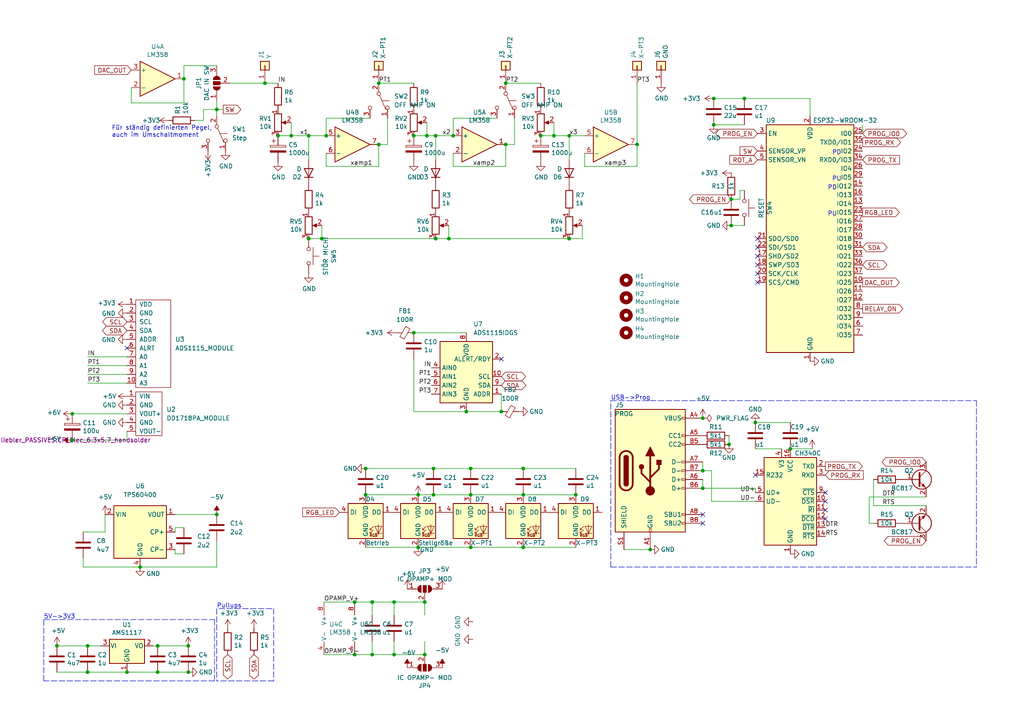
<source format=kicad_sch>
(kicad_sch (version 20211123) (generator eeschema)
  (paper "A4")
  (junction (at 107.95 189.865))
  (junction (at 20.955 120.015))
  (junction (at 89.535 69.215))
  (junction (at 120.015 39.37))
  (junction (at 125.73 135.89))
  (junction (at 25.4 187.325))
  (junction (at 45.72 194.945))
  (junction (at 229.235 130.175))
  (junction (at 102.87 174.625))
  (junction (at 62.865 31.75))
  (junction (at 151.765 143.51))
  (junction (at 102.87 189.865))
  (junction (at 80.645 39.37))
  (junction (at 125.73 143.51))
  (junction (at 203.835 141.605))
  (junction (at 184.785 41.91))
  (junction (at 212.09 65.405))
  (junction (at 207.01 36.195))
  (junction (at 20.955 127.635))
  (junction (at 167.005 143.51))
  (junction (at 203.835 136.525))
  (junction (at 54.61 194.945))
  (junction (at 203.835 121.285))
  (junction (at 89.535 39.37))
  (junction (at 136.525 135.89))
  (junction (at 151.765 158.75))
  (junction (at 62.865 149.225))
  (junction (at 156.845 39.37))
  (junction (at 45.72 187.325))
  (junction (at 219.075 122.555))
  (junction (at 54.61 187.325))
  (junction (at 123.825 39.37))
  (junction (at 211.455 128.905))
  (junction (at 146.685 24.13))
  (junction (at 130.175 69.215))
  (junction (at 53.34 22.86))
  (junction (at 146.685 41.91))
  (junction (at 145.415 119.38))
  (junction (at 165.1 69.215))
  (junction (at 120.015 96.52))
  (junction (at 94.615 39.37))
  (junction (at 207.01 28.575))
  (junction (at 114.3 174.625))
  (junction (at 136.525 158.75))
  (junction (at 16.51 187.325))
  (junction (at 40.64 164.465))
  (junction (at 136.525 143.51))
  (junction (at 109.855 41.91))
  (junction (at 76.835 24.13))
  (junction (at 212.09 57.785))
  (junction (at 215.9 28.575))
  (junction (at 93.345 69.215))
  (junction (at 151.765 135.89))
  (junction (at 131.445 39.37))
  (junction (at 109.855 24.13))
  (junction (at 107.95 174.625))
  (junction (at 84.455 39.37))
  (junction (at 36.83 194.945))
  (junction (at 106.045 143.51))
  (junction (at 135.255 119.38))
  (junction (at 25.4 194.945))
  (junction (at 121.285 158.75))
  (junction (at 123.19 189.865))
  (junction (at 126.365 69.215))
  (junction (at 121.285 143.51))
  (junction (at 165.1 39.37))
  (junction (at 126.365 39.37))
  (junction (at 123.19 174.625))
  (junction (at 160.655 39.37))
  (junction (at 106.045 135.89))
  (junction (at 188.595 159.385))
  (junction (at 114.3 189.865))
  (no_connect (at 239.395 145.415))
  (no_connect (at 239.395 147.955))
  (no_connect (at 219.075 137.795))
  (no_connect (at 219.71 81.915))
  (no_connect (at 239.395 150.495))
  (no_connect (at 36.83 100.965))
  (no_connect (at 219.71 69.215))
  (no_connect (at 203.835 149.225))
  (no_connect (at 219.71 74.295))
  (no_connect (at 145.415 104.14))
  (no_connect (at 219.71 79.375))
  (no_connect (at 203.835 151.765))
  (no_connect (at 219.71 76.835))
  (no_connect (at 239.395 142.875))
  (no_connect (at 219.71 71.755))
  (polyline (pts (xy 79.375 176.53) (xy 79.375 197.485)))
  (wire (pts (xy 62.865 29.21) (xy 62.865 31.75)))
  (wire (pts (xy 112.395 34.29) (xy 112.395 41.91)))
  (wire (pts (xy 54.61 194.945) (xy 45.72 194.945)))
  (wire (pts (xy 44.45 187.325) (xy 45.72 187.325)))
  (wire (pts (xy 253.365 146.685) (xy 268.605 146.685)))
  (wire (pts (xy 107.95 174.625) (xy 114.3 174.625)))
  (wire (pts (xy 120.015 119.38) (xy 135.255 119.38)))
  (wire (pts (xy 93.98 174.625) (xy 102.87 174.625)))
  (wire (pts (xy 203.835 136.525) (xy 206.375 136.525)))
  (wire (pts (xy 94.615 34.29) (xy 94.615 39.37)))
  (wire (pts (xy 120.015 39.37) (xy 123.825 39.37)))
  (wire (pts (xy 62.865 31.75) (xy 62.865 33.655)))
  (wire (pts (xy 214.63 55.245) (xy 215.9 55.245)))
  (wire (pts (xy 107.95 189.865) (xy 114.3 189.865)))
  (wire (pts (xy 226.695 130.175) (xy 219.075 130.175)))
  (wire (pts (xy 214.63 57.785) (xy 214.63 55.245)))
  (wire (pts (xy 123.825 39.37) (xy 126.365 39.37)))
  (wire (pts (xy 106.045 135.89) (xy 125.73 135.89)))
  (wire (pts (xy 109.855 24.13) (xy 120.015 24.13)))
  (wire (pts (xy 84.455 35.56) (xy 84.455 39.37)))
  (wire (pts (xy 184.785 41.91) (xy 184.785 48.26)))
  (wire (pts (xy 125.73 135.89) (xy 136.525 135.89)))
  (wire (pts (xy 84.455 39.37) (xy 89.535 39.37)))
  (wire (pts (xy 36.83 125.095) (xy 36.83 127.635)))
  (wire (pts (xy 206.375 145.415) (xy 206.375 136.525)))
  (wire (pts (xy 151.765 158.75) (xy 167.005 158.75)))
  (wire (pts (xy 151.765 143.51) (xy 167.005 143.51)))
  (wire (pts (xy 123.19 189.865) (xy 123.19 186.055)))
  (wire (pts (xy 125.73 143.51) (xy 136.525 143.51)))
  (wire (pts (xy 165.1 69.215) (xy 168.91 69.215)))
  (wire (pts (xy 203.835 141.605) (xy 219.075 141.605)))
  (wire (pts (xy 36.83 111.125) (xy 25.4 111.125)))
  (wire (pts (xy 36.83 103.505) (xy 25.4 103.505)))
  (wire (pts (xy 36.83 106.045) (xy 25.4 106.045)))
  (wire (pts (xy 94.615 34.29) (xy 107.315 34.29)))
  (wire (pts (xy 109.855 41.91) (xy 109.855 48.26)))
  (wire (pts (xy 62.865 164.465) (xy 62.865 156.845)))
  (wire (pts (xy 50.8 149.225) (xy 62.865 149.225)))
  (wire (pts (xy 25.4 187.325) (xy 29.21 187.325)))
  (wire (pts (xy 131.445 44.45) (xy 131.445 48.26)))
  (polyline (pts (xy 79.375 197.485) (xy 62.865 197.485)))
  (wire (pts (xy 149.225 34.29) (xy 149.225 41.91)))
  (wire (pts (xy 94.615 44.45) (xy 94.615 48.26)))
  (polyline (pts (xy 62.23 197.485) (xy 12.7 197.485)))
  (wire (pts (xy 252.095 151.765) (xy 253.365 151.765)))
  (polyline (pts (xy 62.865 176.53) (xy 62.865 197.485)))
  (wire (pts (xy 50.8 160.655) (xy 53.34 160.655)))
  (wire (pts (xy 250.19 38.735) (xy 250.19 36.195)))
  (wire (pts (xy 151.765 135.89) (xy 167.005 135.89)))
  (wire (pts (xy 219.075 145.415) (xy 206.375 145.415)))
  (wire (pts (xy 121.285 143.51) (xy 106.045 143.51)))
  (wire (pts (xy 114.3 189.865) (xy 123.19 189.865)))
  (polyline (pts (xy 62.23 179.705) (xy 62.23 197.485)))
  (wire (pts (xy 252.095 144.145) (xy 268.605 144.145)))
  (wire (pts (xy 45.72 194.945) (xy 36.83 194.945)))
  (wire (pts (xy 89.535 39.37) (xy 89.535 46.355)))
  (wire (pts (xy 53.34 29.845) (xy 53.34 22.86)))
  (wire (pts (xy 45.72 187.325) (xy 54.61 187.325)))
  (polyline (pts (xy 177.165 164.465) (xy 177.165 116.205)))
  (wire (pts (xy 89.535 69.215) (xy 93.345 69.215)))
  (wire (pts (xy 146.685 24.13) (xy 156.845 24.13)))
  (polyline (pts (xy 177.165 116.205) (xy 283.21 116.205)))
  (wire (pts (xy 114.3 189.865) (xy 114.3 186.055)))
  (wire (pts (xy 180.975 159.385) (xy 188.595 159.385)))
  (wire (pts (xy 126.365 69.215) (xy 130.175 69.215)))
  (wire (pts (xy 50.8 153.035) (xy 50.8 154.305)))
  (wire (pts (xy 146.685 48.26) (xy 146.685 41.91)))
  (polyline (pts (xy 283.21 116.205) (xy 283.21 164.465)))
  (wire (pts (xy 131.445 34.29) (xy 144.145 34.29)))
  (wire (pts (xy 24.13 164.465) (xy 40.64 164.465)))
  (polyline (pts (xy 63.5 176.53) (xy 79.375 176.53)))
  (wire (pts (xy 53.34 153.035) (xy 50.8 153.035)))
  (wire (pts (xy 215.9 36.195) (xy 207.01 36.195)))
  (wire (pts (xy 93.345 65.405) (xy 93.345 69.215)))
  (wire (pts (xy 53.34 19.05) (xy 53.34 22.86)))
  (wire (pts (xy 169.545 48.26) (xy 184.785 48.26)))
  (wire (pts (xy 212.09 57.785) (xy 214.63 57.785)))
  (wire (pts (xy 126.365 39.37) (xy 131.445 39.37)))
  (wire (pts (xy 24.13 154.305) (xy 30.48 154.305)))
  (wire (pts (xy 253.365 139.065) (xy 253.365 146.685)))
  (wire (pts (xy 80.645 24.13) (xy 76.835 24.13)))
  (wire (pts (xy 50.8 159.385) (xy 50.8 160.655)))
  (wire (pts (xy 40.64 164.465) (xy 62.865 164.465)))
  (wire (pts (xy 169.545 44.45) (xy 169.545 48.26)))
  (wire (pts (xy 130.175 65.405) (xy 130.175 69.215)))
  (wire (pts (xy 219.075 141.605) (xy 219.075 142.875)))
  (wire (pts (xy 89.535 39.37) (xy 94.615 39.37)))
  (wire (pts (xy 168.91 65.405) (xy 168.91 69.215)))
  (wire (pts (xy 114.3 174.625) (xy 123.19 174.625)))
  (wire (pts (xy 160.655 35.56) (xy 160.655 39.37)))
  (wire (pts (xy 93.345 69.215) (xy 126.365 69.215)))
  (wire (pts (xy 203.835 141.605) (xy 203.835 139.065)))
  (wire (pts (xy 165.1 39.37) (xy 169.545 39.37)))
  (polyline (pts (xy 177.165 164.465) (xy 283.21 164.465)))
  (wire (pts (xy 62.865 19.05) (xy 53.34 19.05)))
  (wire (pts (xy 136.525 158.75) (xy 151.765 158.75)))
  (wire (pts (xy 102.87 174.625) (xy 107.95 174.625)))
  (wire (pts (xy 136.525 143.51) (xy 151.765 143.51)))
  (wire (pts (xy 229.235 130.175) (xy 235.585 130.175)))
  (wire (pts (xy 234.95 28.575) (xy 215.9 28.575)))
  (wire (pts (xy 212.09 65.405) (xy 215.9 65.405)))
  (wire (pts (xy 145.415 119.38) (xy 145.415 114.3)))
  (wire (pts (xy 62.865 31.75) (xy 64.77 31.75)))
  (wire (pts (xy 160.655 39.37) (xy 165.1 39.37)))
  (wire (pts (xy 112.395 41.91) (xy 109.855 41.91)))
  (wire (pts (xy 120.015 96.52) (xy 135.255 96.52)))
  (wire (pts (xy 121.285 158.75) (xy 136.525 158.75)))
  (wire (pts (xy 123.19 174.625) (xy 123.19 178.435)))
  (wire (pts (xy 203.835 133.985) (xy 203.835 136.525)))
  (wire (pts (xy 131.445 48.26) (xy 146.685 48.26)))
  (wire (pts (xy 131.445 39.37) (xy 131.445 34.29)))
  (polyline (pts (xy 12.7 179.705) (xy 62.23 179.705)))
  (wire (pts (xy 215.9 28.575) (xy 207.01 28.575)))
  (wire (pts (xy 184.785 24.13) (xy 184.785 41.91)))
  (polyline (pts (xy 12.7 197.485) (xy 12.7 179.705)))
  (wire (pts (xy 165.1 39.37) (xy 165.1 46.355)))
  (wire (pts (xy 59.055 34.925) (xy 59.055 31.75)))
  (wire (pts (xy 114.3 174.625) (xy 114.3 178.435)))
  (wire (pts (xy 123.825 35.56) (xy 123.825 39.37)))
  (wire (pts (xy 59.055 31.75) (xy 62.865 31.75)))
  (wire (pts (xy 102.87 189.865) (xy 107.95 189.865)))
  (wire (pts (xy 56.515 34.925) (xy 59.055 34.925)))
  (wire (pts (xy 126.365 39.37) (xy 126.365 46.355)))
  (wire (pts (xy 135.255 119.38) (xy 145.415 119.38)))
  (wire (pts (xy 38.1 29.845) (xy 53.34 29.845)))
  (wire (pts (xy 107.95 178.435) (xy 107.95 174.625)))
  (wire (pts (xy 107.95 186.055) (xy 107.95 189.865)))
  (wire (pts (xy 25.4 194.945) (xy 16.51 194.945)))
  (wire (pts (xy 234.95 33.655) (xy 234.95 28.575)))
  (wire (pts (xy 36.83 194.945) (xy 25.4 194.945)))
  (wire (pts (xy 94.615 48.26) (xy 109.855 48.26)))
  (wire (pts (xy 93.98 189.865) (xy 102.87 189.865)))
  (wire (pts (xy 36.83 108.585) (xy 25.4 108.585)))
  (wire (pts (xy 121.285 158.75) (xy 106.045 158.75)))
  (wire (pts (xy 76.835 24.13) (xy 66.675 24.13)))
  (wire (pts (xy 136.525 135.89) (xy 151.765 135.89)))
  (wire (pts (xy 219.075 122.555) (xy 229.235 122.555)))
  (wire (pts (xy 211.455 126.365) (xy 211.455 128.905)))
  (wire (pts (xy 121.285 143.51) (xy 125.73 143.51)))
  (wire (pts (xy 149.225 41.91) (xy 146.685 41.91)))
  (wire (pts (xy 16.51 187.325) (xy 25.4 187.325)))
  (wire (pts (xy 30.48 149.225) (xy 30.48 154.305)))
  (wire (pts (xy 20.955 127.635) (xy 36.83 127.635)))
  (wire (pts (xy 80.645 39.37) (xy 84.455 39.37)))
  (wire (pts (xy 120.015 104.14) (xy 120.015 119.38)))
  (wire (pts (xy 252.095 144.145) (xy 252.095 151.765)))
  (wire (pts (xy 38.1 25.4) (xy 38.1 29.845)))
  (wire (pts (xy 24.13 164.465) (xy 24.13 161.925)))
  (wire (pts (xy 20.955 120.015) (xy 36.83 120.015)))
  (wire (pts (xy 156.845 39.37) (xy 160.655 39.37)))
  (wire (pts (xy 130.175 69.215) (xy 165.1 69.215)))
  (text "USB->Prog" (at 177.165 116.205 0) (effects (font (size 1.27 1.27)) (justify left bottom)))
  (text "Für ständig definierten Pegel,\nauch im Umschaltmoment" (at 32.385 40.005 0) (effects (font (size 1.27 1.27)) (justify left bottom)))
  (text "PD" (at 240.03 55.245 0) (effects (font (size 1.27 1.27)) (justify left bottom)))
  (text "PU" (at 241.3 52.705 0) (effects (font (size 1.27 1.27)) (justify left bottom)))
  (text "5V->3V3" (at 12.7 179.705 0) (effects (font (size 1.27 1.27)) (justify left bottom)))
  (text "Pullups" (at 62.865 176.53 0) (effects (font (size 1.27 1.27)) (justify left bottom)))
  (text "PD" (at 241.3 45.085 0) (effects (font (size 1.27 1.27)) (justify left bottom)))
  (text "PU" (at 240.03 62.865 0) (effects (font (size 1.27 1.27)) (justify left bottom)))
  (label "UD-" (at 219.075 145.415 180))
  (label "xamp1" (at 101.6 48.26 0))
  (label "RTS" (at 255.905 146.685 0))
  (label "DTR" (at 239.395 153.035 0))
  (label "PT2" (at 146.685 24.13 0))
  (label "x3" (at 165.1 39.37 0))
  (label "xamp2" (at 137.16 48.26 0))
  (label "PT2" (at 125.095 111.76 180))
  (label "OPAMP_V-" (at 93.98 189.865 0))
  (label "IN" (at 80.645 24.13 0))
  (label "PT1" (at 25.4 106.045 0))
  (label "PT1" (at 109.855 24.13 0))
  (label "PT3" (at 125.095 114.3 180))
  (label "UD+" (at 219.075 142.875 180))
  (label "xamp3" (at 175.26 48.26 0))
  (label "IN" (at 25.4 103.505 0))
  (label "RTS" (at 239.395 155.575 0))
  (label "IN" (at 125.095 106.68 180))
  (label "x1" (at 86.995 39.37 0))
  (label "x2" (at 128.27 39.37 0))
  (label "PT3" (at 25.4 111.125 0))
  (label "PT1" (at 125.095 109.22 180))
  (label "DTR" (at 255.905 144.145 0))
  (label "OPAMP_V+" (at 93.98 174.625 0))
  (label "PT2" (at 25.4 108.585 0))
  (label "PT3" (at 184.785 24.13 0))
  (global_label "SDA" (shape bidirectional) (at 145.415 111.76 0) (property "Intersheet References" "${INTERSHEET_REFS}" (effects hide)))
  (global_label "ROT_A" (shape input) (at 219.71 46.355 180) (property "Intersheet References" "${INTERSHEET_REFS}" (effects hide)))
  (global_label "PROG_EN" (shape bidirectional) (at 219.71 38.735 180) (property "Intersheet References" "${INTERSHEET_REFS}" (effects hide)))
  (global_label "SDA" (shape bidirectional) (at 73.66 189.865 270) (property "Intersheet References" "${INTERSHEET_REFS}" (effects hide)))
  (global_label "PROG_EN" (shape bidirectional) (at 212.09 57.785 180) (property "Intersheet References" "${INTERSHEET_REFS}" (effects hide)))
  (global_label "RGB_LED" (shape input) (at 98.425 148.59 180) (property "Intersheet References" "${INTERSHEET_REFS}" (effects hide)))
  (global_label "DAC_OUT" (shape output) (at 250.19 81.915 0) (property "Intersheet References" "${INTERSHEET_REFS}" (effects hide)))
  (global_label "DAC_OUT" (shape input) (at 38.1 20.32 180) (property "Intersheet References" "${INTERSHEET_REFS}" (effects hide)))
  (global_label "RELAY_ON" (shape output) (at 250.19 89.535 0) (property "Intersheet References" "${INTERSHEET_REFS}" (effects hide)))
  (global_label "RGB_LED" (shape output) (at 250.19 61.595 0) (property "Intersheet References" "${INTERSHEET_REFS}" (effects hide)))
  (global_label "PROG_IO0" (shape bidirectional) (at 268.605 133.985 180) (property "Intersheet References" "${INTERSHEET_REFS}" (effects hide)))
  (global_label "SCL" (shape bidirectional) (at 145.415 109.22 0) (property "Intersheet References" "${INTERSHEET_REFS}" (effects hide)))
  (global_label "SW" (shape input) (at 219.71 43.815 180) (property "Intersheet References" "${INTERSHEET_REFS}" (effects hide)))
  (global_label "SCL" (shape bidirectional) (at 66.04 189.865 270) (property "Intersheet References" "${INTERSHEET_REFS}" (effects hide)))
  (global_label "PROG_EN" (shape bidirectional) (at 268.605 156.845 180) (property "Intersheet References" "${INTERSHEET_REFS}" (effects hide)))
  (global_label "PROG_TX" (shape output) (at 239.395 135.255 0) (property "Intersheet References" "${INTERSHEET_REFS}" (effects hide)))
  (global_label "SW" (shape output) (at 64.77 31.75 0) (property "Intersheet References" "${INTERSHEET_REFS}" (effects hide)))
  (global_label "SDA" (shape bidirectional) (at 36.83 95.885 180) (property "Intersheet References" "${INTERSHEET_REFS}" (effects hide)))
  (global_label "SCL" (shape bidirectional) (at 36.83 93.345 180) (property "Intersheet References" "${INTERSHEET_REFS}" (effects hide)))
  (global_label "SDA" (shape bidirectional) (at 250.19 71.755 0) (property "Intersheet References" "${INTERSHEET_REFS}" (effects hide)))
  (global_label "PROG_RX" (shape output) (at 250.19 41.275 0) (property "Intersheet References" "${INTERSHEET_REFS}" (effects hide)))
  (global_label "PROG_RX" (shape input) (at 239.395 137.795 0) (property "Intersheet References" "${INTERSHEET_REFS}" (effects hide)))
  (global_label "PROG_IO0" (shape bidirectional) (at 250.19 38.735 0) (property "Intersheet References" "${INTERSHEET_REFS}" (effects hide)))
  (global_label "SCL" (shape bidirectional) (at 250.19 76.835 0) (property "Intersheet References" "${INTERSHEET_REFS}" (effects hide)))
  (global_label "PROG_TX" (shape input) (at 250.19 46.355 0) (property "Intersheet References" "${INTERSHEET_REFS}" (effects hide)))
  (symbol (lib_id "Device:C") (at 106.045 139.7 0) (unit 1)
    (property "Reference" "C20" (at 108.966 138.5316 0) (effects (justify left)))
    (property "Value" "u1" (at 108.966 140.843 0) (effects (justify left)))
    (property "Footprint" "Capacitor_SMD:C_0805_2012Metric_Pad1.18x1.45mm_HandSolder" (effects hide))
  )
  (symbol (lib_id "LED:APA-106-F5") (at 151.765 151.13 0) (unit 1)
    (property "Reference" "D8" (at 153.035 144.78 0) (effects (justify left)))
    (property "Value" "X-PT2" (at 151.765 157.48 0) (effects (justify left)))
    (property "Footprint" "LED_THT:LED_D5.0mm-4_RGB_Staggered_Pins" (effects hide))
    (property "Datasheet" "https://cdn.sparkfun.com/datasheets/Components/LED/COM-12877.pdf" (effects hide))
  )
  (symbol (lib_id "Jumper:SolderJumper_3_Open") (at 123.19 170.815 0) (unit 1)
    (property "Reference" "JP3" (at 123.19 165.608 0))
    (property "Value" "IC OPAMP+ MOD" (at 123.19 167.9194 0))
    (property "Footprint" "Jumper:SolderJumper-3_P1.3mm_Open_RoundedPad1.0x1.5mm_NumberLabels" (effects hide))
  )
  (symbol (lib_id "power:+6V") (at 118.11 170.815 0) (unit 1)
    (property "Reference" "#PWR030" (effects hide))
    (property "Value" "+6V" (at 118.491 166.4208 0))
  )
  (symbol (lib_id "LED:APA-106-F5") (at 121.285 151.13 0) (unit 1)
    (property "Reference" "D5" (at 122.555 144.78 0) (effects (justify left)))
    (property "Value" "Stellgröße" (at 121.285 157.48 0) (effects (justify left)))
    (property "Footprint" "LED_THT:LED_D5.0mm-4_RGB_Staggered_Pins" (effects hide))
    (property "Datasheet" "https://cdn.sparkfun.com/datasheets/Components/LED/COM-12877.pdf" (effects hide))
  )
  (symbol (lib_id "Device:R_POT") (at 89.535 65.405 0) (unit 1)
    (property "Reference" "RV5" (at 87.757 64.2366 0) (effects (justify right)))
    (property "Value" "10k" (at 87.757 66.548 0) (effects (justify right)))
    (property "Footprint" "Potentiometer_THT:Potentiometer_Bourns_3386P_Vertical" (effects hide))
  )
  (symbol (lib_id "Regulator_Linear:AMS1117-3.3") (at 36.83 187.325 0) (unit 1)
    (property "Reference" "U1" (at 36.83 181.1782 0))
    (property "Value" "AMS1117" (at 36.83 183.4896 0))
    (property "Footprint" "liebler_SEMICONDUCTORS:SOT-223-3_TabPin2_HANDSOLDER" (effects hide))
    (property "Datasheet" "http://www.advanced-monolithic.com/pdf/ds1117.pdf" (effects hide))
  )
  (symbol (lib_id "Device:C") (at 114.3 182.245 0) (unit 1)
    (property "Reference" "C7" (at 117.221 181.0766 0) (effects (justify left)))
    (property "Value" "u1" (at 117.221 183.388 0) (effects (justify left)))
    (property "Footprint" "Capacitor_SMD:C_0805_2012Metric_Pad1.18x1.45mm_HandSolder" (effects hide))
  )
  (symbol (lib_id "Connector_Generic:Conn_01x01") (at 109.855 19.05 90) (unit 1)
    (property "Reference" "J2" (at 108.7882 17.018 0) (effects (justify left)))
    (property "Value" "X-PT1" (at 111.0996 17.018 0) (effects (justify left)))
    (property "Footprint" "liebler_CONN:Banana_RECESSED" (effects hide))
  )
  (symbol (lib_id "Amplifier_Operational:LM358") (at 45.72 22.86 0) (unit 1)
    (property "Reference" "U4" (at 45.72 13.5382 0))
    (property "Value" "LM358" (at 45.72 15.8496 0))
    (property "Footprint" "liebler_SEMICONDUCTORS:SOIC-8_3.9x4.9mm_Pitch1.27mm_handsolder" (effects hide))
    (property "Datasheet" "http://www.ti.com/lit/ds/symlink/lm2904-n.pdf" (effects hide))
  )
  (symbol (lib_id "Device:D") (at 89.535 50.165 90) (unit 1)
    (property "Reference" "D2" (at 87.503 51.3334 90) (effects (justify left)))
    (property "Value" "D" (at 87.503 49.022 90) (effects (justify left)))
    (property "Footprint" "liebler_SEMICONDUCTORS:D_SOD-123_handsolder" (effects hide))
  )
  (symbol (lib_id "Device:R") (at 120.015 27.94 0) (unit 1)
    (property "Reference" "R9" (at 121.793 26.7716 0) (effects (justify left)))
    (property "Value" "1k" (at 121.793 29.083 0) (effects (justify left)))
    (property "Footprint" "Resistor_SMD:R_0805_2012Metric_Pad1.20x1.40mm_HandSolder" (effects hide))
  )
  (symbol (lib_id "power:-5V") (at 62.865 149.225 0) (unit 1)
    (property "Reference" "#PWR038" (effects hide))
    (property "Value" "-5V" (at 62.865 144.145 0))
  )
  (symbol (lib_id "power:GND") (at 36.83 117.475 270) (unit 1)
    (property "Reference" "#PWR08" (effects hide))
    (property "Value" "GND" (at 31.75 117.475 90))
  )
  (symbol (lib_id "Device:CP") (at 120.015 43.18 0) (unit 1)
    (property "Reference" "C9" (at 123.0122 42.0116 0) (effects (justify left)))
    (property "Value" "1000u" (at 123.0122 44.323 0) (effects (justify left)))
    (property "Footprint" "liebler_PASSIVES:CP_Elec_10x10_handsolder" (effects hide))
    (property "JLCPCB" "C280409" (effects hide))
  )
  (symbol (lib_id "power:+5V") (at 235.585 130.175 0) (unit 1)
    (property "Reference" "#PWR0102" (effects hide))
    (property "Value" "+5V" (at 235.585 124.46 0))
  )
  (symbol (lib_id "Jumper:SolderJumper_3_Open") (at 62.865 24.13 90) (unit 1)
    (property "Reference" "JP1" (at 57.658 24.13 0))
    (property "Value" "DAC IN SW" (at 59.9694 24.13 0))
    (property "Footprint" "Jumper:SolderJumper-3_P1.3mm_Open_RoundedPad1.0x1.5mm_NumberLabels" (effects hide))
  )
  (symbol (lib_id "power:+3V3") (at 36.83 88.265 90) (unit 1)
    (property "Reference" "#PWR04" (effects hide))
    (property "Value" "+3V3" (at 33.5788 87.884 90) (effects (justify left)))
  )
  (symbol (lib_id "Device:C") (at 54.61 191.135 0) (unit 1)
    (property "Reference" "C4" (at 57.531 189.9666 0) (effects (justify left)))
    (property "Value" "1u" (at 57.531 192.278 0) (effects (justify left)))
    (property "Footprint" "Capacitor_SMD:C_0805_2012Metric_Pad1.18x1.45mm_HandSolder" (effects hide))
  )
  (symbol (lib_id "power:GND") (at 106.045 135.89 270) (unit 1)
    (property "Reference" "#PWR0103" (effects hide))
    (property "Value" "GND" (at 101.6 135.89 90))
  )
  (symbol (lib_id "liebler_SEMICONDUCTORS:TPS60400") (at 40.64 154.305 0) (unit 1)
    (property "Reference" "U6" (at 40.64 140.97 0))
    (property "Value" "TPS60400" (at 40.64 143.51 0))
    (property "Footprint" "Package_TO_SOT_SMD:SOT-23-5" (effects hide))
  )
  (symbol (lib_id "Device:C") (at 45.72 191.135 180) (unit 1)
    (property "Reference" "C3" (at 48.641 189.9666 0) (effects (justify right)))
    (property "Value" "4u7" (at 48.641 192.278 0) (effects (justify right)))
    (property "Footprint" "Capacitor_SMD:C_0805_2012Metric_Pad1.18x1.45mm_HandSolder" (effects hide))
  )
  (symbol (lib_id "Device:R") (at 52.705 34.925 90) (unit 1)
    (property "Reference" "R1" (at 51.5366 33.147 0) (effects (justify left)))
    (property "Value" "10k" (at 53.848 33.147 0) (effects (justify left)))
    (property "Footprint" "Resistor_SMD:R_0805_2012Metric_Pad1.20x1.40mm_HandSolder" (effects hide))
  )
  (symbol (lib_id "power:+3V3") (at 48.895 34.925 90) (unit 1)
    (property "Reference" "#PWR0104" (effects hide))
    (property "Value" "+3V3" (at 43.815 34.925 90))
  )
  (symbol (lib_id "power:GND") (at 36.83 98.425 270) (unit 1)
    (property "Reference" "#PWR06" (effects hide))
    (property "Value" "GND" (at 33.5788 98.552 90) (effects (justify right)))
  )
  (symbol (lib_id "Device:C") (at 16.51 191.135 180) (unit 1)
    (property "Reference" "C1" (at 19.431 189.9666 0) (effects (justify right)))
    (property "Value" "4u7" (at 19.431 192.278 0) (effects (justify right)))
    (property "Footprint" "Capacitor_SMD:C_0805_2012Metric_Pad1.18x1.45mm_HandSolder" (effects hide))
  )
  (symbol (lib_id "power:GND") (at 36.83 122.555 270) (unit 1)
    (property "Reference" "#PWR010" (effects hide))
    (property "Value" "GND" (at 31.75 122.555 90))
  )
  (symbol (lib_id "power:GND") (at 120.015 46.99 0) (unit 1)
    (property "Reference" "#PWR026" (effects hide))
    (property "Value" "GND" (at 120.142 51.3842 0))
  )
  (symbol (lib_id "power:GND") (at 121.285 158.75 0) (unit 1)
    (property "Reference" "#PWR023" (effects hide))
    (property "Value" "GND" (at 123.825 159.385 0))
  )
  (symbol (lib_id "Device:C") (at 53.34 156.845 0) (unit 1)
    (property "Reference" "C12" (at 57.15 155.5749 0) (effects (justify left)))
    (property "Value" "2u2" (at 57.15 158.1149 0) (effects (justify left)))
    (property "Footprint" "Capacitor_SMD:C_0805_2012Metric_Pad1.18x1.45mm_HandSolder" (effects hide))
  )
  (symbol (lib_id "power:GND") (at 229.235 160.655 90) (unit 1)
    (property "Reference" "#PWR046" (effects hide))
    (property "Value" "GND" (at 234.315 160.655 90))
  )
  (symbol (lib_id "Device:R") (at 89.535 57.785 0) (unit 1)
    (property "Reference" "R4" (at 91.313 56.6166 0) (effects (justify left)))
    (property "Value" "1k" (at 91.313 58.928 0) (effects (justify left)))
    (property "Footprint" "Resistor_SMD:R_0805_2012Metric_Pad1.20x1.40mm_HandSolder" (effects hide))
  )
  (symbol (lib_id "Device:C") (at 120.015 100.33 180) (unit 1)
    (property "Reference" "C10" (at 122.936 99.1616 0) (effects (justify right)))
    (property "Value" "1u" (at 122.936 101.473 0) (effects (justify right)))
    (property "Footprint" "Capacitor_SMD:C_0805_2012Metric_Pad1.18x1.45mm_HandSolder" (effects hide))
  )
  (symbol (lib_id "power:GND") (at 137.16 180.34 270) (unit 1)
    (property "Reference" "#PWR034" (effects hide))
    (property "Value" "GND" (at 132.7658 180.467 0))
  )
  (symbol (lib_id "power:GND") (at 150.495 119.38 90) (unit 1)
    (property "Reference" "#PWR036" (effects hide))
    (property "Value" "GND" (at 155.575 119.38 90))
  )
  (symbol (lib_id "power:+3V3") (at 212.09 50.165 90) (unit 1)
    (property "Reference" "#PWR043" (effects hide))
    (property "Value" "+3V3" (at 208.28 50.165 90) (effects (justify left)))
  )
  (symbol (lib_id "power:+5V") (at 203.835 121.285 0) (unit 1)
    (property "Reference" "#PWR040" (effects hide))
    (property "Value" "+5V" (at 203.835 115.57 0))
  )
  (symbol (lib_id "power:+5V") (at 16.51 187.325 0) (unit 1)
    (property "Reference" "#PWR01" (effects hide))
    (property "Value" "+5V" (at 16.891 182.9308 0))
  )
  (symbol (lib_id "Device:R") (at 207.645 128.905 270) (unit 1)
    (property "Reference" "R12" (at 207.645 131.445 90))
    (property "Value" "5k1" (at 207.645 128.905 90))
    (property "Footprint" "Resistor_SMD:R_0805_2012Metric_Pad1.20x1.40mm_HandSolder" (effects hide))
  )
  (symbol (lib_id "Device:C") (at 229.235 126.365 180) (unit 1)
    (property "Reference" "C19" (at 229.235 123.825 0) (effects (justify right)))
    (property "Value" "u1" (at 229.235 128.905 0) (effects (justify right)))
    (property "Footprint" "Capacitor_SMD:C_0805_2012Metric_Pad1.18x1.45mm_HandSolder" (effects hide))
  )
  (symbol (lib_id "Device:FerriteBead_Small") (at 147.955 119.38 270) (unit 1)
    (property "Reference" "FB2" (at 147.9931 113.03 90))
    (property "Value" "100R" (at 147.9931 115.57 90))
    (property "Footprint" "Inductor_SMD:L_0805_2012Metric_Pad1.05x1.20mm_HandSolder" (effects hide))
  )
  (symbol (lib_id "Switch:SW_Push") (at 215.9 60.325 270) (unit 1)
    (property "Reference" "SW4" (at 223.139 60.325 0))
    (property "Value" "RESET" (at 220.8276 60.325 0))
    (property "Footprint" "Button_Switch_SMD:SW_SPST_TL3342" (effects hide))
  )
  (symbol (lib_id "power:GND") (at 207.01 36.195 0) (unit 1)
    (property "Reference" "#PWR041" (effects hide))
    (property "Value" "GND" (at 207.01 40.005 0))
  )
  (symbol (lib_id "power:+5V") (at 30.48 149.225 0) (unit 1)
    (property "Reference" "#PWR032" (effects hide))
    (property "Value" "+5V" (at 30.48 144.145 0))
  )
  (symbol (lib_id "power:GND") (at 156.845 46.99 0) (unit 1)
    (property "Reference" "#PWR037" (effects hide))
    (property "Value" "GND" (at 156.972 51.3842 0))
  )
  (symbol (lib_id "RF_Module:ESP32-WROOM-32") (at 234.95 69.215 0) (unit 1)
    (property "Reference" "U9" (at 223.52 34.925 0))
    (property "Value" "ESP32-WROOM-32" (at 245.11 34.925 0))
    (property "Footprint" "RF_Module:ESP32-WROOM-32" (effects hide))
    (property "Datasheet" "https://www.espressif.com/sites/default/files/documentation/esp32-wroom-32_datasheet_en.pdf" (effects hide))
  )
  (symbol (lib_id "Device:R") (at 156.845 27.94 0) (unit 1)
    (property "Reference" "R10" (at 158.623 26.7716 0) (effects (justify left)))
    (property "Value" "1k" (at 158.623 29.083 0) (effects (justify left)))
    (property "Footprint" "Resistor_SMD:R_0805_2012Metric_Pad1.20x1.40mm_HandSolder" (effects hide))
  )
  (symbol (lib_id "Device:CP") (at 20.955 123.825 0) (unit 1)
    (property "Reference" "C11" (at 23.9522 122.6566 0) (effects (justify left)))
    (property "Value" "100u" (at 23.9522 124.968 0) (effects (justify left)))
    (property "Footprint" "liebler_PASSIVES:CP_Elec_6.3x5.7_handsolder" (at 21.9202 127.635 0))
  )
  (symbol (lib_id "Mechanical:MountingHole") (at 181.61 91.44 0) (unit 1)
    (property "Reference" "H3" (at 184.15 90.2716 0) (effects (justify left)))
    (property "Value" "MountingHole" (at 184.15 92.583 0) (effects (justify left)))
    (property "Footprint" "MountingHole:MountingHole_3.2mm_M3_DIN965" (effects hide))
  )
  (symbol (lib_id "power:GND") (at 212.09 65.405 270) (unit 1)
    (property "Reference" "#PWR044" (effects hide))
    (property "Value" "GND" (at 207.01 65.405 90))
  )
  (symbol (lib_id "power:+3V3") (at 207.01 28.575 90) (unit 1)
    (property "Reference" "#PWR0101" (effects hide))
    (property "Value" "+3V3" (at 203.2 28.575 90) (effects (justify left)))
  )
  (symbol (lib_id "Device:R_POT") (at 80.645 35.56 0) (unit 1)
    (property "Reference" "RV1" (at 78.867 34.3916 0) (effects (justify right)))
    (property "Value" "10k" (at 78.867 36.703 0) (effects (justify right)))
    (property "Footprint" "liebler_MECH:Potentiometer_Alps_RK09K_Single_Vertical" (effects hide))
  )
  (symbol (lib_id "power:-6V") (at 118.11 193.675 0) (unit 1)
    (property "Reference" "#PWR031" (effects hide))
    (property "Value" "-6V" (at 118.491 189.2808 0))
  )
  (symbol (lib_id "Device:D") (at 165.1 50.165 90) (unit 1)
    (property "Reference" "D6" (at 163.068 51.3334 90) (effects (justify left)))
    (property "Value" "D" (at 163.068 49.022 90) (effects (justify left)))
    (property "Footprint" "liebler_SEMICONDUCTORS:D_SOD-123_handsolder" (effects hide))
  )
  (symbol (lib_id "Amplifier_Operational:LM358") (at 139.065 41.91 0) (unit 1)
    (property "Reference" "U5" (at 139.065 32.5882 0))
    (property "Value" "LM358" (at 139.065 34.8996 0))
    (property "Footprint" "liebler_SEMICONDUCTORS:SOIC-8_3.9x4.9mm_Pitch1.27mm_handsolder" (effects hide))
    (property "Datasheet" "http://www.ti.com/lit/ds/symlink/lm2904-n.pdf" (effects hide))
  )
  (symbol (lib_id "Switch:SW_Push_SPDT") (at 109.855 29.21 270) (unit 1)
    (property "Reference" "SW2" (at 114.3 27.9399 90) (effects (justify left)))
    (property "Value" "OFF AMP ON" (at 114.3 30.4799 90) (effects (justify left)))
    (property "Footprint" "liebler_MECH:Switch_SS12D00" (effects hide))
  )
  (symbol (lib_id "power:GND") (at 89.535 79.375 0) (unit 1)
    (property "Reference" "#PWR027" (effects hide))
    (property "Value" "GND" (at 89.662 83.7692 0))
  )
  (symbol (lib_id "power:+3V3") (at 73.66 182.245 0) (unit 1)
    (property "Reference" "#PWR020" (effects hide))
    (property "Value" "+3V3" (at 74.041 177.8508 0))
  )
  (symbol (lib_id "Device:R") (at 165.1 57.785 0) (unit 1)
    (property "Reference" "R7" (at 166.878 56.6166 0) (effects (justify left)))
    (property "Value" "1k" (at 166.878 58.928 0) (effects (justify left)))
    (property "Footprint" "Resistor_SMD:R_0805_2012Metric_Pad1.20x1.40mm_HandSolder" (effects hide))
  )
  (symbol (lib_id "Device:R") (at 73.66 186.055 0) (unit 1)
    (property "Reference" "R5" (at 75.438 184.8866 0) (effects (justify left)))
    (property "Value" "1k" (at 75.438 187.198 0) (effects (justify left)))
    (property "Footprint" "Resistor_SMD:R_0805_2012Metric_Pad1.20x1.40mm_HandSolder" (effects hide))
  )
  (symbol (lib_id "Connector_Generic:Conn_01x01") (at 146.685 19.05 90) (unit 1)
    (property "Reference" "J3" (at 145.6182 17.018 0) (effects (justify left)))
    (property "Value" "X-PT2" (at 147.9296 17.018 0) (effects (justify left)))
    (property "Footprint" "liebler_CONN:Banana_RECESSED" (effects hide))
  )
  (symbol (lib_id "liebler_MODULES:DD1718PA_MODULE") (at 43.18 120.015 0) (unit 1)
    (property "Reference" "U2" (at 48.26 118.7449 0) (effects (justify left)))
    (property "Value" "DD1718PA_MODULE" (at 48.26 121.2849 0) (effects (justify left)))
    (property "Footprint" "liebler_MODULES:DD1718PA_MODULE_SMD" (effects hide))
  )
  (symbol (lib_id "Device:C") (at 62.865 153.035 0) (unit 1)
    (property "Reference" "C14" (at 66.675 151.7649 0) (effects (justify left)))
    (property "Value" "2u2" (at 66.675 154.3049 0) (effects (justify left)))
    (property "Footprint" "Capacitor_SMD:C_0805_2012Metric_Pad1.18x1.45mm_HandSolder" (effects hide))
  )
  (symbol (lib_id "Transistor_BJT:BC817") (at 266.065 139.065 0) (unit 1)
    (property "Reference" "Q2" (at 262.255 136.525 0) (effects (justify left)))
    (property "Value" "BC817" (at 258.445 141.605 0) (effects (justify left)))
    (property "Footprint" "Package_TO_SOT_SMD:SOT-23_Handsoldering" (effects hide))
    (property "Datasheet" "https://www.onsemi.com/pub/Collateral/BC818-D.pdf" (effects hide))
  )
  (symbol (lib_id "Device:D") (at 126.365 50.165 90) (unit 1)
    (property "Reference" "D3" (at 124.333 51.3334 90) (effects (justify left)))
    (property "Value" "D" (at 124.333 49.022 90) (effects (justify left)))
    (property "Footprint" "liebler_SEMICONDUCTORS:D_SOD-123_handsolder" (effects hide))
  )
  (symbol (lib_id "Device:C") (at 207.01 32.385 0) (unit 1)
    (property "Reference" "C15" (at 209.931 31.2166 0) (effects (justify left)))
    (property "Value" "22u" (at 209.931 33.528 0) (effects (justify left)))
    (property "Footprint" "Capacitor_SMD:C_0805_2012Metric_Pad1.18x1.45mm_HandSolder" (effects hide))
  )
  (symbol (lib_id "Device:R_POT") (at 120.015 35.56 0) (unit 1)
    (property "Reference" "RV2" (at 118.237 34.3916 0) (effects (justify right)))
    (property "Value" "10k" (at 118.237 36.703 0) (effects (justify right)))
    (property "Footprint" "liebler_MECH:Potentiometer_Alps_RK09K_Single_Vertical" (effects hide))
  )
  (symbol (lib_id "Mechanical:MountingHole") (at 181.61 86.36 0) (unit 1)
    (property "Reference" "H2" (at 184.15 85.1916 0) (effects (justify left)))
    (property "Value" "MountingHole" (at 184.15 87.503 0) (effects (justify left)))
    (property "Footprint" "MountingHole:MountingHole_3.2mm_M3_DIN965" (effects hide))
  )
  (symbol (lib_id "power:+5V") (at 121.285 143.51 0) (unit 1)
    (property "Reference" "#PWR022" (effects hide))
    (property "Value" "+5V" (at 121.285 137.795 0))
  )
  (symbol (lib_id "Device:FerriteBead_Small") (at 117.475 96.52 90) (unit 1)
    (property "Reference" "FB1" (at 117.4369 90.17 90))
    (property "Value" "100R" (at 117.4369 92.71 90))
    (property "Footprint" "Inductor_SMD:L_0805_2012Metric_Pad1.05x1.20mm_HandSolder" (effects hide))
  )
  (symbol (lib_id "Device:R") (at 207.645 126.365 270) (unit 1)
    (property "Reference" "R11" (at 207.645 123.825 90))
    (property "Value" "5k1" (at 207.645 126.365 90))
    (property "Footprint" "Resistor_SMD:R_0805_2012Metric_Pad1.20x1.40mm_HandSolder" (effects hide))
  )
  (symbol (lib_id "Device:C") (at 167.005 139.7 0) (unit 1)
    (property "Reference" "C24" (at 169.926 138.5316 0) (effects (justify left)))
    (property "Value" "u1" (at 169.926 140.843 0) (effects (justify left)))
    (property "Footprint" "Capacitor_SMD:C_0805_2012Metric_Pad1.18x1.45mm_HandSolder" (effects hide))
  )
  (symbol (lib_id "Device:R") (at 80.645 27.94 0) (unit 1)
    (property "Reference" "R6" (at 82.423 26.7716 0) (effects (justify left)))
    (property "Value" "1k" (at 82.423 29.083 0) (effects (justify left)))
    (property "Footprint" "Resistor_SMD:R_0805_2012Metric_Pad1.20x1.40mm_HandSolder" (effects hide))
  )
  (symbol (lib_id "Switch:SW_Push_SPDT") (at 62.865 38.735 270) (unit 1)
    (property "Reference" "SW1" (at 67.31 37.4649 90) (effects (justify left)))
    (property "Value" "Step" (at 67.31 40.0049 90) (effects (justify left)))
    (property "Footprint" "liebler_MECH:MTS-102_recessed" (effects hide))
  )
  (symbol (lib_id "liebler_MODULES:ADS1115_MODULE") (at 44.45 106.045 0) (unit 1)
    (property "Reference" "U3" (at 50.8 98.4249 0) (effects (justify left)))
    (property "Value" "ADS1115_MODULE" (at 50.8 100.9649 0) (effects (justify left)))
    (property "Footprint" "liebler_MODULES:ADS1115_MODULE_SMD" (effects hide))
  )
  (symbol (lib_id "Connector_Generic:Conn_01x01") (at 191.77 19.05 90) (unit 1)
    (property "Reference" "J6" (at 190.7032 17.018 0) (effects (justify left)))
    (property "Value" "GND" (at 193.0146 17.018 0) (effects (justify left)))
    (property "Footprint" "liebler_CONN:Banana_RECESSED" (effects hide))
  )
  (symbol (lib_id "power:GND") (at 65.405 43.815 0) (unit 1)
    (property "Reference" "#PWR03" (effects hide))
    (property "Value" "GND" (at 65.532 48.2092 0))
  )
  (symbol (lib_id "Device:C") (at 136.525 139.7 0) (unit 1)
    (property "Reference" "C22" (at 139.446 138.5316 0) (effects (justify left)))
    (property "Value" "u1" (at 139.446 140.843 0) (effects (justify left)))
    (property "Footprint" "Capacitor_SMD:C_0805_2012Metric_Pad1.18x1.45mm_HandSolder" (effects hide))
  )
  (symbol (lib_id "power:GND") (at 191.77 24.13 0) (unit 1)
    (property "Reference" "#PWR049" (effects hide))
    (property "Value" "GND" (at 191.897 28.5242 0))
  )
  (symbol (lib_id "Device:R") (at 66.04 186.055 0) (unit 1)
    (property "Reference" "R2" (at 67.818 184.8866 0) (effects (justify left)))
    (property "Value" "1k" (at 67.818 187.198 0) (effects (justify left)))
    (property "Footprint" "Resistor_SMD:R_0805_2012Metric_Pad1.20x1.40mm_HandSolder" (effects hide))
  )
  (symbol (lib_id "power:GND") (at 188.595 159.385 90) (unit 1)
    (property "Reference" "#PWR039" (effects hide))
    (property "Value" "GND" (at 193.675 159.385 90))
  )
  (symbol (lib_id "Amplifier_Operational:LM358") (at 105.41 182.245 0) (unit 3)
    (property "Reference" "U5" (at 104.3432 181.0766 0) (effects (justify left)))
    (property "Value" "LM358" (at 104.3432 183.388 0) (effects (justify left)))
    (property "Footprint" "liebler_SEMICONDUCTORS:SOIC-8_3.9x4.9mm_Pitch1.27mm_handsolder" (effects hide))
    (property "Datasheet" "http://www.ti.com/lit/ds/symlink/lm2904-n.pdf" (effects hide))
  )
  (symbol (lib_id "Device:R_POT") (at 165.1 65.405 0) (unit 1)
    (property "Reference" "RV4" (at 163.322 64.2366 0) (effects (justify right)))
    (property "Value" "10k" (at 163.322 66.548 0) (effects (justify right)))
    (property "Footprint" "Potentiometer_THT:Potentiometer_Bourns_3386P_Vertical" (effects hide))
  )
  (symbol (lib_id "Connector:USB_C_Receptacle_USB2.0") (at 188.595 136.525 0) (unit 1)
    (property "Reference" "J5" (at 179.705 117.475 0))
    (property "Value" "PROG" (at 180.975 120.015 0))
    (property "Footprint" "liebler_CONN:USB_C_Receptacle_HRO_TYPE-C-31-M-12_IMPROVED" (effects hide))
    (property "Datasheet" "https://www.usb.org/sites/default/files/documents/usb_type-c.zip" (effects hide))
  )
  (symbol (lib_id "Device:CP") (at 156.845 43.18 0) (unit 1)
    (property "Reference" "C13" (at 159.8422 42.0116 0) (effects (justify left)))
    (property "Value" "1000u" (at 159.8422 44.323 0) (effects (justify left)))
    (property "Footprint" "liebler_PASSIVES:CP_Elec_10x10_handsolder" (effects hide))
    (property "JLCPCB" "C280409" (effects hide))
  )
  (symbol (lib_id "Device:CP") (at 80.645 43.18 0) (unit 1)
    (property "Reference" "C5" (at 83.6422 42.0116 0) (effects (justify left)))
    (property "Value" "1000u" (at 83.6422 44.323 0) (effects (justify left)))
    (property "Footprint" "liebler_PASSIVES:CP_Elec_10x10_handsolder" (effects hide))
    (property "JLCPCB" "C280409" (effects hide))
  )
  (symbol (lib_id "LED:APA-106-F5") (at 167.005 151.13 0) (unit 1)
    (property "Reference" "D9" (at 168.275 144.78 0) (effects (justify left)))
    (property "Value" "X-PT3" (at 167.005 157.48 0) (effects (justify left)))
    (property "Footprint" "LED_THT:LED_D5.0mm-4_RGB_Staggered_Pins" (effects hide))
    (property "Datasheet" "https://cdn.sparkfun.com/datasheets/Components/LED/COM-12877.pdf" (effects hide))
  )
  (symbol (lib_id "power:GND") (at 80.645 46.99 0) (unit 1)
    (property "Reference" "#PWR021" (effects hide))
    (property "Value" "GND" (at 80.772 51.3842 0))
  )
  (symbol (lib_id "Device:C") (at 25.4 191.135 0) (unit 1)
    (property "Reference" "C2" (at 28.321 189.9666 0) (effects (justify left)))
    (property "Value" "1u" (at 28.321 192.278 0) (effects (justify left)))
    (property "Footprint" "Capacitor_SMD:C_0805_2012Metric_Pad1.18x1.45mm_HandSolder" (effects hide))
  )
  (symbol (lib_id "power:GND") (at 36.83 90.805 270) (unit 1)
    (property "Reference" "#PWR05" (effects hide))
    (property "Value" "GND" (at 33.5788 90.932 90) (effects (justify right)))
  )
  (symbol (lib_id "power:GND") (at 211.455 128.905 0) (unit 1)
    (property "Reference" "#PWR042" (effects hide))
    (property "Value" "GND" (at 211.455 132.715 0))
  )
  (symbol (lib_id "power:PWR_FLAG") (at 203.835 121.285 270) (unit 1)
    (property "Reference" "#FLG01" (effects hide))
    (property "Value" "PWR_FLAG" (at 207.645 121.2849 90) (effects (justify left)))
  )
  (symbol (lib_id "LED:APA-106-F5") (at 106.045 151.13 0) (unit 1)
    (property "Reference" "D4" (at 106.045 144.78 0) (effects (justify left)))
    (property "Value" "Betrieb" (at 106.045 157.48 0) (effects (justify left)))
    (property "Footprint" "LED_THT:LED_D5.0mm-4_RGB_Staggered_Pins" (effects hide))
    (property "Datasheet" "https://cdn.sparkfun.com/datasheets/Components/LED/COM-12877.pdf" (effects hide))
  )
  (symbol (lib_id "Device:C") (at 24.13 158.115 0) (unit 1)
    (property "Reference" "C8" (at 27.94 156.8449 0) (effects (justify left)))
    (property "Value" "4u7" (at 27.94 159.3849 0) (effects (justify left)))
    (property "Footprint" "Capacitor_SMD:C_0805_2012Metric_Pad1.18x1.45mm_HandSolder" (effects hide))
  )
  (symbol (lib_id "Device:R_POT") (at 126.365 65.405 0) (unit 1)
    (property "Reference" "RV6" (at 124.587 64.2366 0) (effects (justify right)))
    (property "Value" "10k" (at 124.587 66.548 0) (effects (justify right)))
    (property "Footprint" "Potentiometer_THT:Potentiometer_Bourns_3386P_Vertical" (effects hide))
  )
  (symbol (lib_id "LED:APA-106-F5") (at 136.525 151.13 0) (unit 1)
    (property "Reference" "D7" (at 137.795 144.78 0) (effects (justify left)))
    (property "Value" "X-PT1" (at 136.525 157.48 0) (effects (justify left)))
    (property "Footprint" "LED_THT:LED_D5.0mm-4_RGB_Staggered_Pins" (effects hide))
    (property "Datasheet" "https://cdn.sparkfun.com/datasheets/Components/LED/COM-12877.pdf" (effects hide))
  )
  (symbol (lib_id "power:+3V3") (at 54.61 187.325 0) (unit 1)
    (property "Reference" "#PWR015" (effects hide))
    (property "Value" "+3V3" (at 54.991 182.9308 0))
  )
  (symbol (lib_id "power:GND") (at 219.075 122.555 180) (unit 1)
    (property "Reference" "#PWR045" (effects hide))
    (property "Value" "GND" (at 219.075 118.745 0))
  )
  (symbol (lib_id "Device:C") (at 107.95 182.245 0) (unit 1)
    (property "Reference" "C6" (at 110.871 181.0766 0) (effects (justify left)))
    (property "Value" "u1" (at 110.871 183.388 0) (effects (justify left)))
    (property "Footprint" "Capacitor_SMD:C_0805_2012Metric_Pad1.18x1.45mm_HandSolder" (effects hide))
  )
  (symbol (lib_id "power:+3V3") (at 60.325 43.815 180) (unit 1)
    (property "Reference" "#PWR013" (effects hide))
    (property "Value" "+3V3" (at 60.325 48.895 90))
  )
  (symbol (lib_id "Jumper:SolderJumper_3_Open") (at 123.19 193.675 0) (mirror x) (unit 1)
    (property "Reference" "JP4" (at 123.19 198.882 0))
    (property "Value" "IC OPAMP- MOD" (at 123.19 196.5706 0))
    (property "Footprint" "Jumper:SolderJumper-3_P1.3mm_Open_RoundedPad1.0x1.5mm_NumberLabels" (effects hide))
  )
  (symbol (lib_id "Mechanical:MountingHole") (at 181.61 81.28 0) (unit 1)
    (property "Reference" "H1" (at 184.15 80.1116 0) (effects (justify left)))
    (property "Value" "MountingHole" (at 184.15 82.423 0) (effects (justify left)))
    (property "Footprint" "MountingHole:MountingHole_3.2mm_M3_DIN965" (effects hide))
  )
  (symbol (lib_id "Device:R") (at 257.175 151.765 270) (unit 1)
    (property "Reference" "R15" (at 257.175 149.225 90))
    (property "Value" "10k" (at 257.175 151.765 90))
    (property "Footprint" "Resistor_SMD:R_0805_2012Metric_Pad1.20x1.40mm_HandSolder" (effects hide))
  )
  (symbol (lib_id "Device:R") (at 126.365 57.785 0) (unit 1)
    (property "Reference" "R3" (at 128.143 56.6166 0) (effects (justify left)))
    (property "Value" "1k" (at 128.143 58.928 0) (effects (justify left)))
    (property "Footprint" "Resistor_SMD:R_0805_2012Metric_Pad1.20x1.40mm_HandSolder" (effects hide))
  )
  (symbol (lib_id "Interface_USB:CH340C") (at 229.235 145.415 0) (unit 1)
    (property "Reference" "U8" (at 233.045 127.635 0))
    (property "Value" "CH340C" (at 234.315 131.445 0))
    (property "Footprint" "Package_SO:SOIC-16_3.9x9.9mm_P1.27mm" (effects hide))
    (property "Datasheet" "https://datasheet.lcsc.com/szlcsc/Jiangsu-Qin-Heng-CH340C_C84681.pdf" (effects hide))
    (property "Option" "CH340C" (effects hide))
  )
  (symbol (lib_id "Switch:SW_Push_SPDT") (at 146.685 29.21 270) (unit 1)
    (property "Reference" "SW3" (at 151.13 27.9399 90) (effects (justify left)))
    (property "Value" "OFF AMP ON" (at 151.13 30.4799 90) (effects (justify left)))
    (property "Footprint" "liebler_MECH:Switch_SS12D00" (effects hide))
  )
  (symbol (lib_id "power:GND") (at 234.95 104.775 90) (unit 1)
    (property "Reference" "#PWR047" (effects hide))
    (property "Value" "GND" (at 240.03 104.775 90))
  )
  (symbol (lib_id "Device:R") (at 257.175 139.065 270) (unit 1)
    (property "Reference" "R14" (at 257.175 136.525 90))
    (property "Value" "10k" (at 257.175 139.065 90))
    (property "Footprint" "Resistor_SMD:R_0805_2012Metric_Pad1.20x1.40mm_HandSolder" (effects hide))
  )
  (symbol (lib_id "Connector_Generic:Conn_01x01") (at 76.835 19.05 90) (unit 1)
    (property "Reference" "J1" (at 75.7682 17.018 0) (effects (justify left)))
    (property "Value" "Y" (at 78.0796 17.018 0) (effects (justify left)))
    (property "Footprint" "liebler_CONN:Banana_RECESSED" (effects hide))
  )
  (symbol (lib_id "power:-5V") (at 128.27 193.675 0) (unit 1)
    (property "Reference" "#PWR028" (effects hide))
    (property "Value" "-5V" (at 128.27 188.595 0))
  )
  (symbol (lib_id "Amplifier_Operational:LM358") (at 96.52 182.245 0) (unit 3)
    (property "Reference" "U4" (at 95.4532 181.0766 0) (effects (justify left)))
    (property "Value" "LM358" (at 95.4532 183.388 0) (effects (justify left)))
    (property "Footprint" "liebler_SEMICONDUCTORS:SOIC-8_3.9x4.9mm_Pitch1.27mm_handsolder" (effects hide))
    (property "Datasheet" "http://www.ti.com/lit/ds/symlink/lm2904-n.pdf" (effects hide))
  )
  (symbol (lib_id "power:+3V3") (at 114.935 96.52 90) (unit 1)
    (property "Reference" "#PWR025" (effects hide))
    (property "Value" "+3V3" (at 111.125 96.52 90) (effects (justify left)))
  )
  (symbol (lib_id "power:+5V") (at 36.83 114.935 90) (unit 1)
    (property "Reference" "#PWR07" (effects hide))
    (property "Value" "+5V" (at 31.75 114.935 90))
  )
  (symbol (lib_id "Transistor_BJT:BC817") (at 266.065 151.765 0) (mirror x) (unit 1)
    (property "Reference" "Q3" (at 262.255 149.225 0) (effects (justify left)))
    (property "Value" "BC817" (at 258.445 154.305 0) (effects (justify left)))
    (property "Footprint" "Package_TO_SOT_SMD:SOT-23_Handsoldering" (effects hide))
    (property "Datasheet" "https://www.onsemi.com/pub/Collateral/BC818-D.pdf" (effects hide))
  )
  (symbol (lib_id "Analog_ADC:ADS1115IDGS") (at 135.255 109.22 0) (unit 1)
    (property "Reference" "U7" (at 137.2744 93.98 0) (effects (justify left)))
    (property "Value" "ADS1115IDGS" (at 137.2744 96.52 0) (effects (justify left)))
    (property "Footprint" "Package_SO:TSSOP-10_3x3mm_P0.5mm" (effects hide))
    (property "Datasheet" "http://www.ti.com/lit/ds/symlink/ads1113.pdf" (effects hide))
  )
  (symbol (lib_id "Device:C") (at 215.9 32.385 180) (unit 1)
    (property "Reference" "C17" (at 218.821 31.2166 0) (effects (justify right)))
    (property "Value" "u1" (at 218.821 33.528 0) (effects (justify right)))
    (property "Footprint" "Capacitor_SMD:C_0805_2012Metric_Pad1.18x1.45mm_HandSolder" (effects hide))
  )
  (symbol (lib_id "power:GND") (at 137.16 185.42 270) (unit 1)
    (property "Reference" "#PWR035" (effects hide))
    (property "Value" "GND" (at 132.7658 185.547 0))
  )
  (symbol (lib_id "Mechanical:MountingHole") (at 181.61 96.52 0) (unit 1)
    (property "Reference" "H4" (at 184.15 95.3516 0) (effects (justify left)))
    (property "Value" "MountingHole" (at 184.15 97.663 0) (effects (justify left)))
    (property "Footprint" "MountingHole:MountingHole_3.2mm_M3_DIN965" (effects hide))
  )
  (symbol (lib_id "Device:C") (at 212.09 61.595 180) (unit 1)
    (property "Reference" "C16" (at 203.2 61.595 0) (effects (justify right)))
    (property "Value" "u1" (at 207.01 61.595 0) (effects (justify right)))
    (property "Footprint" "Capacitor_SMD:C_0805_2012Metric_Pad1.18x1.45mm_HandSolder" (effects hide))
  )
  (symbol (lib_id "power:GND") (at 40.64 164.465 0) (unit 1)
    (property "Reference" "#PWR033" (effects hide))
    (property "Value" "GND" (at 44.45 166.37 0))
  )
  (symbol (lib_id "power:+6V") (at 20.955 120.015 90) (unit 1)
    (property "Reference" "#PWR09" (effects hide))
    (property "Value" "+6V" (at 17.7038 119.634 90) (effects (justify left)))
  )
  (symbol (lib_id "power:+5V") (at 128.27 170.815 0) (unit 1)
    (property "Reference" "#PWR024" (effects hide))
    (property "Value" "+5V" (at 128.27 165.1 0))
  )
  (symbol (lib_id "Connector_Generic:Conn_01x01") (at 184.785 19.05 90) (unit 1)
    (property "Reference" "J4" (at 183.7182 17.018 0) (effects (justify left)))
    (property "Value" "X-PT3" (at 186.0296 17.018 0) (effects (justify left)))
    (property "Footprint" "liebler_CONN:Banana_RECESSED" (effects hide))
  )
  (symbol (lib_id "power:GND") (at 54.61 194.945 90) (unit 1)
    (property "Reference" "#PWR016" (effects hide))
    (property "Value" "GND" (at 59.69 194.945 90))
  )
  (symbol (lib_id "Device:C") (at 151.765 139.7 0) (unit 1)
    (property "Reference" "C23" (at 154.686 138.5316 0) (effects (justify left)))
    (property "Value" "u1" (at 154.686 140.843 0) (effects (justify left)))
    (property "Footprint" "Capacitor_SMD:C_0805_2012Metric_Pad1.18x1.45mm_HandSolder" (effects hide))
  )
  (symbol (lib_id "Switch:SW_Push") (at 89.535 74.295 270) (unit 1)
    (property "Reference" "SW5" (at 96.774 74.295 0))
    (property "Value" "STÖR MICH!" (at 94.4626 74.295 0))
    (property "Footprint" "liebler_MECH:Button_12mm_ANCHOR_CENTER" (effects hide))
  )
  (symbol (lib_id "power:+3V3") (at 66.04 182.245 0) (unit 1)
    (property "Reference" "#PWR017" (effects hide))
    (property "Value" "+3V3" (at 66.421 177.8508 0))
  )
  (symbol (lib_id "Device:R") (at 212.09 53.975 180) (unit 1)
    (property "Reference" "R13" (at 208.28 53.975 0))
    (property "Value" "1k" (at 212.09 53.975 90))
    (property "Footprint" "Resistor_SMD:R_0805_2012Metric_Pad1.20x1.40mm_HandSolder" (effects hide))
  )
  (symbol (lib_id "Amplifier_Operational:LM358") (at 177.165 41.91 0) (unit 2)
    (property "Reference" "U5" (at 177.165 32.5882 0))
    (property "Value" "LM358" (at 177.165 34.8996 0))
    (property "Footprint" "liebler_SEMICONDUCTORS:SOIC-8_3.9x4.9mm_Pitch1.27mm_handsolder" (effects hide))
    (property "Datasheet" "http://www.ti.com/lit/ds/symlink/lm2904-n.pdf" (effects hide))
  )
  (symbol (lib_id "Amplifier_Operational:LM358") (at 102.235 41.91 0) (unit 2)
    (property "Reference" "U4" (at 102.235 32.5882 0))
    (property "Value" "LM358" (at 102.235 34.8996 0))
    (property "Footprint" "liebler_SEMICONDUCTORS:SOIC-8_3.9x4.9mm_Pitch1.27mm_handsolder" (effects hide))
    (property "Datasheet" "http://www.ti.com/lit/ds/symlink/lm2904-n.pdf" (effects hide))
  )
  (symbol (lib_id "Device:C") (at 219.075 126.365 180) (unit 1)
    (property "Reference" "C18" (at 221.615 123.825 0))
    (property "Value" "u1" (at 220.345 128.905 0))
    (property "Footprint" "Capacitor_SMD:C_0805_2012Metric_Pad1.18x1.45mm_HandSolder" (effects hide))
  )
  (symbol (lib_id "Device:C") (at 125.73 139.7 0) (unit 1)
    (property "Reference" "C21" (at 128.651 138.5316 0) (effects (justify left)))
    (property "Value" "u1" (at 128.651 140.843 0) (effects (justify left)))
    (property "Footprint" "Capacitor_SMD:C_0805_2012Metric_Pad1.18x1.45mm_HandSolder" (effects hide))
  )
  (symbol (lib_id "Device:R_POT") (at 156.845 35.56 0) (unit 1)
    (property "Reference" "RV3" (at 155.067 34.3916 0) (effects (justify right)))
    (property "Value" "10k" (at 155.067 36.703 0) (effects (justify right)))
    (property "Footprint" "liebler_MECH:Potentiometer_Alps_RK09K_Single_Vertical" (effects hide))
  )
  (symbol (lib_id "power:-6V") (at 20.955 127.635 90) (unit 1)
    (property "Reference" "#PWR011" (effects hide))
    (property "Value" "-6V" (at 17.7038 127.254 90) (effects (justify left)))
  )
)
</source>
